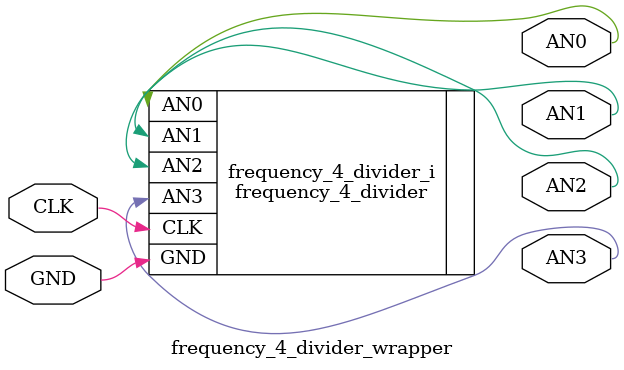
<source format=v>
`timescale 1 ps / 1 ps

module frequency_4_divider_wrapper
   (AN0,
    AN1,
    AN2,
    AN3,
    CLK,
    GND);
  output AN0;
  output AN1;
  output AN2;
  output AN3;
  input CLK;
  input GND;

  wire AN0;
  wire AN1;
  wire AN2;
  wire AN3;
  wire CLK;
  wire GND;

  frequency_4_divider frequency_4_divider_i
       (.AN0(AN0),
        .AN1(AN1),
        .AN2(AN2),
        .AN3(AN3),
        .CLK(CLK),
        .GND(GND));
endmodule

</source>
